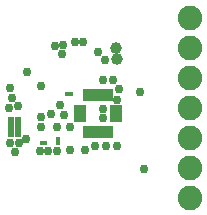
<source format=gbr>
G04 EAGLE Gerber X2 export*
%TF.Part,Single*%
%TF.FileFunction,Soldermask,Bot,1*%
%TF.FilePolarity,Negative*%
%TF.GenerationSoftware,Autodesk,EAGLE,8.7.1*%
%TF.CreationDate,2018-04-15T23:48:00Z*%
G75*
%MOMM*%
%FSLAX34Y34*%
%LPD*%
%AMOC8*
5,1,8,0,0,1.08239X$1,22.5*%
G01*
%ADD10R,0.381000X0.457200*%
%ADD11R,0.457200X0.381000*%
%ADD12C,2.082800*%
%ADD13R,0.503200X1.128200*%
%ADD14R,1.003200X0.503200*%
%ADD15R,0.553200X1.803200*%
%ADD16C,0.762000*%
%ADD17C,1.008000*%


D10*
X52421Y52819D03*
X55723Y52819D03*
D11*
X44254Y15041D03*
X44254Y11739D03*
D10*
X34006Y11640D03*
X30704Y11640D03*
D12*
X156400Y117800D03*
X156400Y92400D03*
X156400Y67000D03*
X156400Y41600D03*
X156400Y16200D03*
X156400Y-9200D03*
X156400Y-34600D03*
D13*
X68586Y52438D03*
X73586Y52438D03*
X78586Y52438D03*
X83586Y52438D03*
X88586Y52438D03*
D14*
X93336Y41563D03*
X93336Y36563D03*
X93336Y31563D03*
D13*
X88586Y20688D03*
X83586Y20688D03*
X78586Y20688D03*
X73586Y20688D03*
X68586Y20688D03*
D14*
X62836Y31563D03*
X62836Y36563D03*
X62836Y41563D03*
D15*
X4602Y25430D03*
X11102Y25430D03*
D16*
X114300Y54864D03*
X82622Y40749D03*
X94674Y48000D03*
X96000Y57000D03*
X67056Y6096D03*
X82904Y32994D03*
X48895Y94447D03*
D17*
X94250Y82682D03*
D16*
X3674Y11278D03*
X7853Y4397D03*
X35991Y4675D03*
X46462Y43500D03*
X3500Y41000D03*
X4000Y58000D03*
X44000Y25000D03*
X42000Y94000D03*
X76340Y9192D03*
X30000Y25000D03*
X55000Y25000D03*
X30000Y34000D03*
X38981Y36019D03*
X30000Y60000D03*
X50000Y35000D03*
X47752Y86868D03*
D17*
X94000Y92000D03*
D16*
X17529Y15255D03*
X11301Y11363D03*
X29133Y4868D03*
X44000Y5000D03*
X18000Y72000D03*
X85113Y9340D03*
X55000Y6000D03*
X94257Y8846D03*
X117638Y-10474D03*
X78740Y88900D03*
X82526Y65278D03*
X10398Y43225D03*
X65834Y96753D03*
X5572Y49951D03*
X58976Y96869D03*
X91185Y64688D03*
X84516Y82262D03*
M02*

</source>
